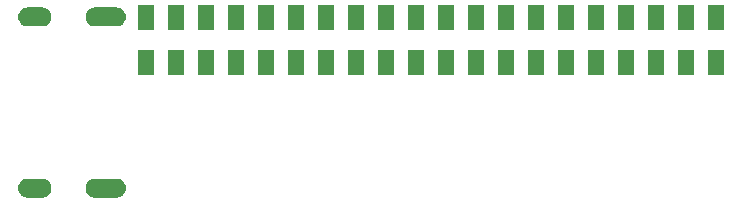
<source format=gbr>
G04 #@! TF.GenerationSoftware,KiCad,Pcbnew,5.1.4+dfsg1-1~bpo9+1*
G04 #@! TF.CreationDate,2020-03-11T10:38:48+01:00*
G04 #@! TF.ProjectId,krtkl-breakybreaky-hdmi-expansion,6b72746b-6c2d-4627-9265-616b79627265,rev?*
G04 #@! TF.SameCoordinates,Original*
G04 #@! TF.FileFunction,Soldermask,Bot*
G04 #@! TF.FilePolarity,Negative*
%FSLAX46Y46*%
G04 Gerber Fmt 4.6, Leading zero omitted, Abs format (unit mm)*
G04 Created by KiCad (PCBNEW 5.1.4+dfsg1-1~bpo9+1) date 2020-03-11 10:38:48*
%MOMM*%
%LPD*%
G04 APERTURE LIST*
%ADD10C,0.100000*%
G04 APERTURE END LIST*
D10*
G36*
X139158571Y-118942863D02*
G01*
X139237023Y-118950590D01*
X139337682Y-118981125D01*
X139388013Y-118996392D01*
X139527165Y-119070771D01*
X139649133Y-119170867D01*
X139749229Y-119292835D01*
X139823608Y-119431987D01*
X139823608Y-119431988D01*
X139869410Y-119582977D01*
X139884875Y-119740000D01*
X139869410Y-119897023D01*
X139838875Y-119997682D01*
X139823608Y-120048013D01*
X139749229Y-120187165D01*
X139649133Y-120309133D01*
X139527165Y-120409229D01*
X139388013Y-120483608D01*
X139337682Y-120498875D01*
X139237023Y-120529410D01*
X139158571Y-120537137D01*
X139119346Y-120541000D01*
X137240654Y-120541000D01*
X137201429Y-120537137D01*
X137122977Y-120529410D01*
X137022318Y-120498875D01*
X136971987Y-120483608D01*
X136832835Y-120409229D01*
X136710867Y-120309133D01*
X136610771Y-120187165D01*
X136536392Y-120048013D01*
X136521125Y-119997682D01*
X136490590Y-119897023D01*
X136475125Y-119740000D01*
X136490590Y-119582977D01*
X136536392Y-119431988D01*
X136536392Y-119431987D01*
X136610771Y-119292835D01*
X136710867Y-119170867D01*
X136832835Y-119070771D01*
X136971987Y-118996392D01*
X137022318Y-118981125D01*
X137122977Y-118950590D01*
X137201429Y-118942863D01*
X137240654Y-118939000D01*
X139119346Y-118939000D01*
X139158571Y-118942863D01*
X139158571Y-118942863D01*
G37*
G36*
X132858571Y-118942863D02*
G01*
X132937023Y-118950590D01*
X133037682Y-118981125D01*
X133088013Y-118996392D01*
X133227165Y-119070771D01*
X133349133Y-119170867D01*
X133449229Y-119292835D01*
X133523608Y-119431987D01*
X133523608Y-119431988D01*
X133569410Y-119582977D01*
X133584875Y-119740000D01*
X133569410Y-119897023D01*
X133538875Y-119997682D01*
X133523608Y-120048013D01*
X133449229Y-120187165D01*
X133349133Y-120309133D01*
X133227165Y-120409229D01*
X133088013Y-120483608D01*
X133037682Y-120498875D01*
X132937023Y-120529410D01*
X132858571Y-120537137D01*
X132819346Y-120541000D01*
X131540654Y-120541000D01*
X131501429Y-120537137D01*
X131422977Y-120529410D01*
X131322318Y-120498875D01*
X131271987Y-120483608D01*
X131132835Y-120409229D01*
X131010867Y-120309133D01*
X130910771Y-120187165D01*
X130836392Y-120048013D01*
X130821125Y-119997682D01*
X130790590Y-119897023D01*
X130775125Y-119740000D01*
X130790590Y-119582977D01*
X130836392Y-119431988D01*
X130836392Y-119431987D01*
X130910771Y-119292835D01*
X131010867Y-119170867D01*
X131132835Y-119070771D01*
X131271987Y-118996392D01*
X131322318Y-118981125D01*
X131422977Y-118950590D01*
X131501429Y-118942863D01*
X131540654Y-118939000D01*
X132819346Y-118939000D01*
X132858571Y-118942863D01*
X132858571Y-118942863D01*
G37*
G36*
X147331000Y-110133000D02*
G01*
X146029000Y-110133000D01*
X146029000Y-108031000D01*
X147331000Y-108031000D01*
X147331000Y-110133000D01*
X147331000Y-110133000D01*
G37*
G36*
X180351000Y-110133000D02*
G01*
X179049000Y-110133000D01*
X179049000Y-108031000D01*
X180351000Y-108031000D01*
X180351000Y-110133000D01*
X180351000Y-110133000D01*
G37*
G36*
X177811000Y-110133000D02*
G01*
X176509000Y-110133000D01*
X176509000Y-108031000D01*
X177811000Y-108031000D01*
X177811000Y-110133000D01*
X177811000Y-110133000D01*
G37*
G36*
X149871000Y-110133000D02*
G01*
X148569000Y-110133000D01*
X148569000Y-108031000D01*
X149871000Y-108031000D01*
X149871000Y-110133000D01*
X149871000Y-110133000D01*
G37*
G36*
X162571000Y-110133000D02*
G01*
X161269000Y-110133000D01*
X161269000Y-108031000D01*
X162571000Y-108031000D01*
X162571000Y-110133000D01*
X162571000Y-110133000D01*
G37*
G36*
X165111000Y-110133000D02*
G01*
X163809000Y-110133000D01*
X163809000Y-108031000D01*
X165111000Y-108031000D01*
X165111000Y-110133000D01*
X165111000Y-110133000D01*
G37*
G36*
X170191000Y-110133000D02*
G01*
X168889000Y-110133000D01*
X168889000Y-108031000D01*
X170191000Y-108031000D01*
X170191000Y-110133000D01*
X170191000Y-110133000D01*
G37*
G36*
X175271000Y-110133000D02*
G01*
X173969000Y-110133000D01*
X173969000Y-108031000D01*
X175271000Y-108031000D01*
X175271000Y-110133000D01*
X175271000Y-110133000D01*
G37*
G36*
X185431000Y-110133000D02*
G01*
X184129000Y-110133000D01*
X184129000Y-108031000D01*
X185431000Y-108031000D01*
X185431000Y-110133000D01*
X185431000Y-110133000D01*
G37*
G36*
X167651000Y-110133000D02*
G01*
X166349000Y-110133000D01*
X166349000Y-108031000D01*
X167651000Y-108031000D01*
X167651000Y-110133000D01*
X167651000Y-110133000D01*
G37*
G36*
X182891000Y-110133000D02*
G01*
X181589000Y-110133000D01*
X181589000Y-108031000D01*
X182891000Y-108031000D01*
X182891000Y-110133000D01*
X182891000Y-110133000D01*
G37*
G36*
X144791000Y-110133000D02*
G01*
X143489000Y-110133000D01*
X143489000Y-108031000D01*
X144791000Y-108031000D01*
X144791000Y-110133000D01*
X144791000Y-110133000D01*
G37*
G36*
X142251000Y-110133000D02*
G01*
X140949000Y-110133000D01*
X140949000Y-108031000D01*
X142251000Y-108031000D01*
X142251000Y-110133000D01*
X142251000Y-110133000D01*
G37*
G36*
X172731000Y-110133000D02*
G01*
X171429000Y-110133000D01*
X171429000Y-108031000D01*
X172731000Y-108031000D01*
X172731000Y-110133000D01*
X172731000Y-110133000D01*
G37*
G36*
X190511000Y-110133000D02*
G01*
X189209000Y-110133000D01*
X189209000Y-108031000D01*
X190511000Y-108031000D01*
X190511000Y-110133000D01*
X190511000Y-110133000D01*
G37*
G36*
X157491000Y-110133000D02*
G01*
X156189000Y-110133000D01*
X156189000Y-108031000D01*
X157491000Y-108031000D01*
X157491000Y-110133000D01*
X157491000Y-110133000D01*
G37*
G36*
X160031000Y-110133000D02*
G01*
X158729000Y-110133000D01*
X158729000Y-108031000D01*
X160031000Y-108031000D01*
X160031000Y-110133000D01*
X160031000Y-110133000D01*
G37*
G36*
X152411000Y-110133000D02*
G01*
X151109000Y-110133000D01*
X151109000Y-108031000D01*
X152411000Y-108031000D01*
X152411000Y-110133000D01*
X152411000Y-110133000D01*
G37*
G36*
X154951000Y-110133000D02*
G01*
X153649000Y-110133000D01*
X153649000Y-108031000D01*
X154951000Y-108031000D01*
X154951000Y-110133000D01*
X154951000Y-110133000D01*
G37*
G36*
X187971000Y-110133000D02*
G01*
X186669000Y-110133000D01*
X186669000Y-108031000D01*
X187971000Y-108031000D01*
X187971000Y-110133000D01*
X187971000Y-110133000D01*
G37*
G36*
X190511000Y-106323000D02*
G01*
X189209000Y-106323000D01*
X189209000Y-104221000D01*
X190511000Y-104221000D01*
X190511000Y-106323000D01*
X190511000Y-106323000D01*
G37*
G36*
X185431000Y-106323000D02*
G01*
X184129000Y-106323000D01*
X184129000Y-104221000D01*
X185431000Y-104221000D01*
X185431000Y-106323000D01*
X185431000Y-106323000D01*
G37*
G36*
X182891000Y-106323000D02*
G01*
X181589000Y-106323000D01*
X181589000Y-104221000D01*
X182891000Y-104221000D01*
X182891000Y-106323000D01*
X182891000Y-106323000D01*
G37*
G36*
X142251000Y-106323000D02*
G01*
X140949000Y-106323000D01*
X140949000Y-104221000D01*
X142251000Y-104221000D01*
X142251000Y-106323000D01*
X142251000Y-106323000D01*
G37*
G36*
X160031000Y-106323000D02*
G01*
X158729000Y-106323000D01*
X158729000Y-104221000D01*
X160031000Y-104221000D01*
X160031000Y-106323000D01*
X160031000Y-106323000D01*
G37*
G36*
X165111000Y-106323000D02*
G01*
X163809000Y-106323000D01*
X163809000Y-104221000D01*
X165111000Y-104221000D01*
X165111000Y-106323000D01*
X165111000Y-106323000D01*
G37*
G36*
X144791000Y-106323000D02*
G01*
X143489000Y-106323000D01*
X143489000Y-104221000D01*
X144791000Y-104221000D01*
X144791000Y-106323000D01*
X144791000Y-106323000D01*
G37*
G36*
X152411000Y-106323000D02*
G01*
X151109000Y-106323000D01*
X151109000Y-104221000D01*
X152411000Y-104221000D01*
X152411000Y-106323000D01*
X152411000Y-106323000D01*
G37*
G36*
X147331000Y-106323000D02*
G01*
X146029000Y-106323000D01*
X146029000Y-104221000D01*
X147331000Y-104221000D01*
X147331000Y-106323000D01*
X147331000Y-106323000D01*
G37*
G36*
X187971000Y-106323000D02*
G01*
X186669000Y-106323000D01*
X186669000Y-104221000D01*
X187971000Y-104221000D01*
X187971000Y-106323000D01*
X187971000Y-106323000D01*
G37*
G36*
X154951000Y-106323000D02*
G01*
X153649000Y-106323000D01*
X153649000Y-104221000D01*
X154951000Y-104221000D01*
X154951000Y-106323000D01*
X154951000Y-106323000D01*
G37*
G36*
X157491000Y-106323000D02*
G01*
X156189000Y-106323000D01*
X156189000Y-104221000D01*
X157491000Y-104221000D01*
X157491000Y-106323000D01*
X157491000Y-106323000D01*
G37*
G36*
X149871000Y-106323000D02*
G01*
X148569000Y-106323000D01*
X148569000Y-104221000D01*
X149871000Y-104221000D01*
X149871000Y-106323000D01*
X149871000Y-106323000D01*
G37*
G36*
X167651000Y-106323000D02*
G01*
X166349000Y-106323000D01*
X166349000Y-104221000D01*
X167651000Y-104221000D01*
X167651000Y-106323000D01*
X167651000Y-106323000D01*
G37*
G36*
X170191000Y-106323000D02*
G01*
X168889000Y-106323000D01*
X168889000Y-104221000D01*
X170191000Y-104221000D01*
X170191000Y-106323000D01*
X170191000Y-106323000D01*
G37*
G36*
X172731000Y-106323000D02*
G01*
X171429000Y-106323000D01*
X171429000Y-104221000D01*
X172731000Y-104221000D01*
X172731000Y-106323000D01*
X172731000Y-106323000D01*
G37*
G36*
X175271000Y-106323000D02*
G01*
X173969000Y-106323000D01*
X173969000Y-104221000D01*
X175271000Y-104221000D01*
X175271000Y-106323000D01*
X175271000Y-106323000D01*
G37*
G36*
X177811000Y-106323000D02*
G01*
X176509000Y-106323000D01*
X176509000Y-104221000D01*
X177811000Y-104221000D01*
X177811000Y-106323000D01*
X177811000Y-106323000D01*
G37*
G36*
X162571000Y-106323000D02*
G01*
X161269000Y-106323000D01*
X161269000Y-104221000D01*
X162571000Y-104221000D01*
X162571000Y-106323000D01*
X162571000Y-106323000D01*
G37*
G36*
X180351000Y-106323000D02*
G01*
X179049000Y-106323000D01*
X179049000Y-104221000D01*
X180351000Y-104221000D01*
X180351000Y-106323000D01*
X180351000Y-106323000D01*
G37*
G36*
X139158571Y-104442863D02*
G01*
X139237023Y-104450590D01*
X139337682Y-104481125D01*
X139388013Y-104496392D01*
X139527165Y-104570771D01*
X139649133Y-104670867D01*
X139749229Y-104792835D01*
X139823608Y-104931987D01*
X139823608Y-104931988D01*
X139869410Y-105082977D01*
X139884875Y-105240000D01*
X139869410Y-105397023D01*
X139838875Y-105497682D01*
X139823608Y-105548013D01*
X139749229Y-105687165D01*
X139649133Y-105809133D01*
X139527165Y-105909229D01*
X139388013Y-105983608D01*
X139337682Y-105998875D01*
X139237023Y-106029410D01*
X139158571Y-106037137D01*
X139119346Y-106041000D01*
X137240654Y-106041000D01*
X137201429Y-106037137D01*
X137122977Y-106029410D01*
X137022318Y-105998875D01*
X136971987Y-105983608D01*
X136832835Y-105909229D01*
X136710867Y-105809133D01*
X136610771Y-105687165D01*
X136536392Y-105548013D01*
X136521125Y-105497682D01*
X136490590Y-105397023D01*
X136475125Y-105240000D01*
X136490590Y-105082977D01*
X136536392Y-104931988D01*
X136536392Y-104931987D01*
X136610771Y-104792835D01*
X136710867Y-104670867D01*
X136832835Y-104570771D01*
X136971987Y-104496392D01*
X137022318Y-104481125D01*
X137122977Y-104450590D01*
X137201429Y-104442863D01*
X137240654Y-104439000D01*
X139119346Y-104439000D01*
X139158571Y-104442863D01*
X139158571Y-104442863D01*
G37*
G36*
X132858571Y-104442863D02*
G01*
X132937023Y-104450590D01*
X133037682Y-104481125D01*
X133088013Y-104496392D01*
X133227165Y-104570771D01*
X133349133Y-104670867D01*
X133449229Y-104792835D01*
X133523608Y-104931987D01*
X133523608Y-104931988D01*
X133569410Y-105082977D01*
X133584875Y-105240000D01*
X133569410Y-105397023D01*
X133538875Y-105497682D01*
X133523608Y-105548013D01*
X133449229Y-105687165D01*
X133349133Y-105809133D01*
X133227165Y-105909229D01*
X133088013Y-105983608D01*
X133037682Y-105998875D01*
X132937023Y-106029410D01*
X132858571Y-106037137D01*
X132819346Y-106041000D01*
X131540654Y-106041000D01*
X131501429Y-106037137D01*
X131422977Y-106029410D01*
X131322318Y-105998875D01*
X131271987Y-105983608D01*
X131132835Y-105909229D01*
X131010867Y-105809133D01*
X130910771Y-105687165D01*
X130836392Y-105548013D01*
X130821125Y-105497682D01*
X130790590Y-105397023D01*
X130775125Y-105240000D01*
X130790590Y-105082977D01*
X130836392Y-104931988D01*
X130836392Y-104931987D01*
X130910771Y-104792835D01*
X131010867Y-104670867D01*
X131132835Y-104570771D01*
X131271987Y-104496392D01*
X131322318Y-104481125D01*
X131422977Y-104450590D01*
X131501429Y-104442863D01*
X131540654Y-104439000D01*
X132819346Y-104439000D01*
X132858571Y-104442863D01*
X132858571Y-104442863D01*
G37*
M02*

</source>
